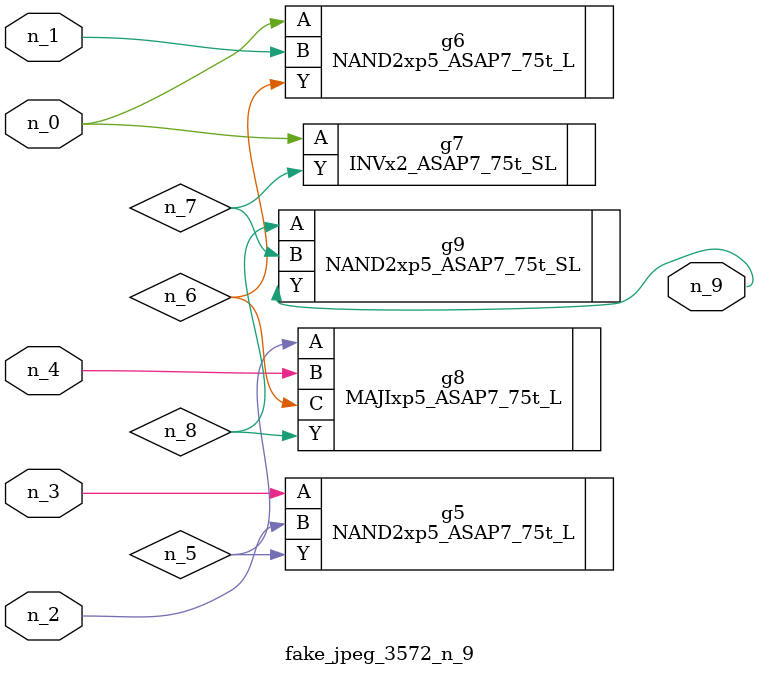
<source format=v>
module fake_jpeg_3572_n_9 (n_3, n_2, n_1, n_0, n_4, n_9);

input n_3;
input n_2;
input n_1;
input n_0;
input n_4;

output n_9;

wire n_8;
wire n_6;
wire n_5;
wire n_7;

NAND2xp5_ASAP7_75t_L g5 ( 
.A(n_3),
.B(n_2),
.Y(n_5)
);

NAND2xp5_ASAP7_75t_L g6 ( 
.A(n_0),
.B(n_1),
.Y(n_6)
);

INVx2_ASAP7_75t_SL g7 ( 
.A(n_0),
.Y(n_7)
);

MAJIxp5_ASAP7_75t_L g8 ( 
.A(n_5),
.B(n_4),
.C(n_6),
.Y(n_8)
);

NAND2xp5_ASAP7_75t_SL g9 ( 
.A(n_8),
.B(n_7),
.Y(n_9)
);


endmodule
</source>
